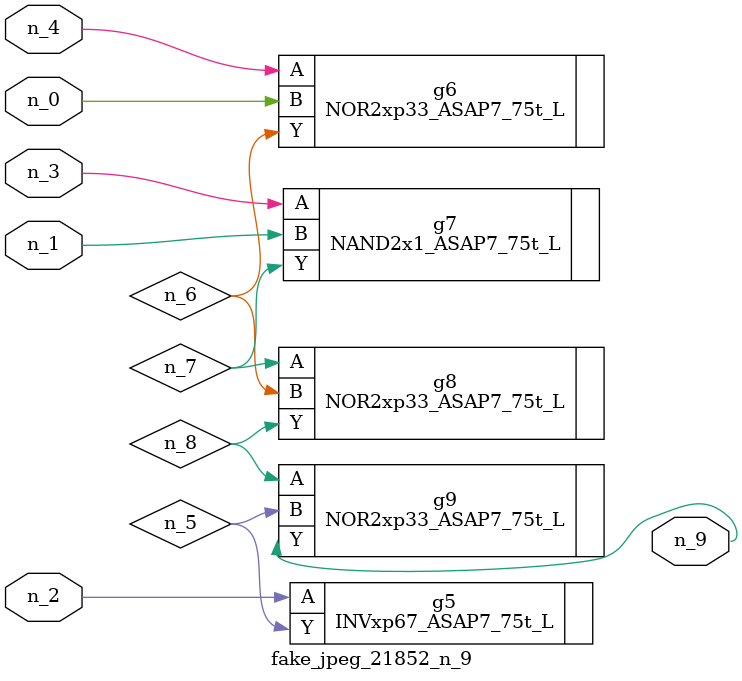
<source format=v>
module fake_jpeg_21852_n_9 (n_3, n_2, n_1, n_0, n_4, n_9);

input n_3;
input n_2;
input n_1;
input n_0;
input n_4;

output n_9;

wire n_8;
wire n_6;
wire n_5;
wire n_7;

INVxp67_ASAP7_75t_L g5 ( 
.A(n_2),
.Y(n_5)
);

NOR2xp33_ASAP7_75t_L g6 ( 
.A(n_4),
.B(n_0),
.Y(n_6)
);

NAND2x1_ASAP7_75t_L g7 ( 
.A(n_3),
.B(n_1),
.Y(n_7)
);

NOR2xp33_ASAP7_75t_L g8 ( 
.A(n_7),
.B(n_6),
.Y(n_8)
);

NOR2xp33_ASAP7_75t_L g9 ( 
.A(n_8),
.B(n_5),
.Y(n_9)
);


endmodule
</source>
